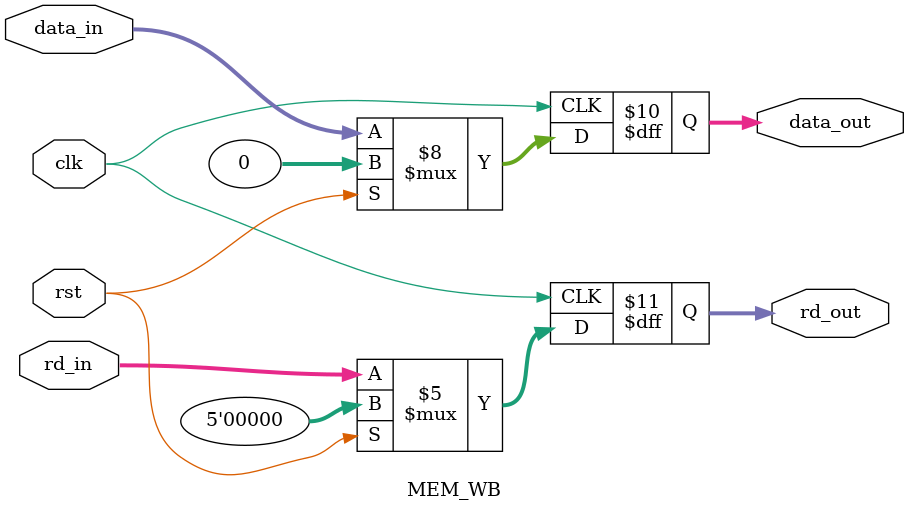
<source format=v>

module MEM_WB(

	input clk,
	input rst,
	input [31:0] data_in,
	input [4:0] rd_in,
	output reg [31:0] data_out,
	output reg [4:0] rd_out);
	
	initial begin
	
		data_out = 0;
		rd_out = 0;
		
	end
	
	always @ (posedge clk) begin
	
		if(rst == 1'b1) begin
		
			data_out <= 0;
			rd_out <= 0;
			
		end
		
		else begin
		
			data_out <= data_in;
			rd_out <= rd_in;
			
		end
		
	end
	
endmodule

</source>
